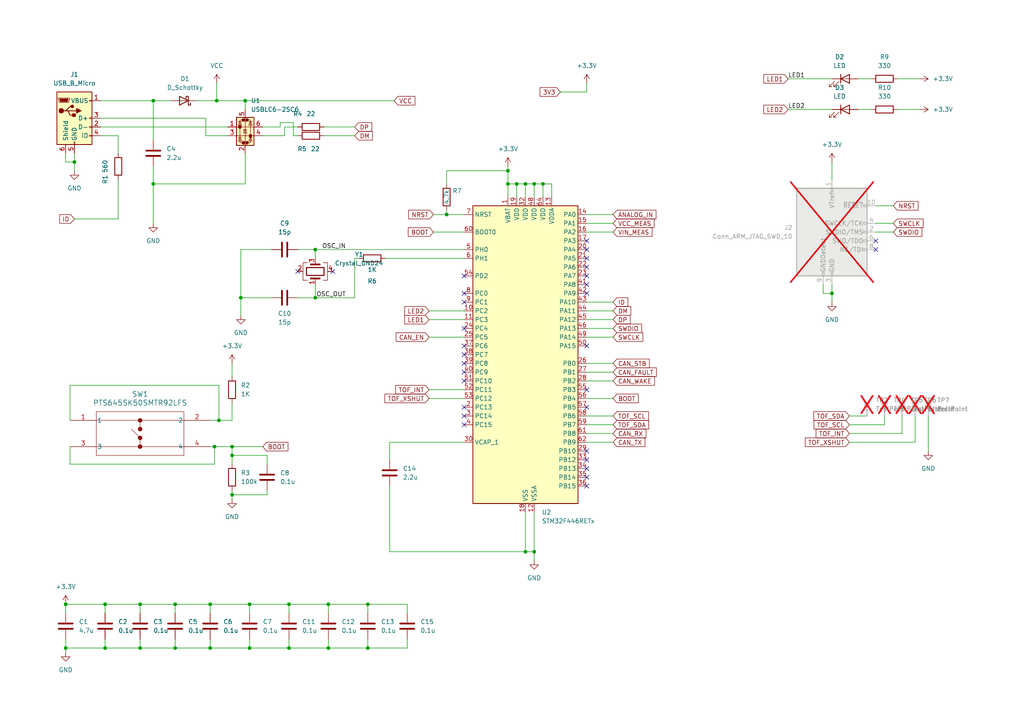
<source format=kicad_sch>
(kicad_sch (version 20231120) (generator "eeschema") (generator_version "8.0")
  (paper "A4")
  (lib_symbols
    (symbol "Connector:Conn_ARM_JTAG_SWD_10" (pin_names (offset 1.016))
      (property "Reference" "J" (at -2.54 16.51 0))
      (property "Value" "Conn_ARM_JTAG_SWD_10" (at -2.54 13.97 0))
      (symbol "Conn_ARM_JTAG_SWD_10_0_1"
        (rectangle (start -10.16 12.7) (end 10.16 -12.7) (stroke (width 0.254)) (fill (type background)))
        (rectangle (start -2.794 -12.7) (end -2.286 -11.684))
        (rectangle (start -0.254 -12.7) (end 0.254 -11.684))
        (rectangle (start -0.254 12.7) (end 0.254 11.684))
        (rectangle (start 9.144 2.286) (end 10.16 2.794))
        (rectangle (start 10.16 -2.794) (end 9.144 -2.286))
        (rectangle (start 10.16 -0.254) (end 9.144 0.254))
        (rectangle (start 10.16 7.874) (end 9.144 7.366))
      )
      (symbol "Conn_ARM_JTAG_SWD_10_1_1"
        (rectangle (start 9.144 -5.334) (end 10.16 -4.826))
        (pin power_in line (at 0 15.24 270) (length 2.54) (name "VTref") (number "1"))
        (pin open_collector line (at 12.7 7.62 180) (length 2.54) (name "~{RESET}") (number "10"))
        (pin bidirectional line (at 12.7 0 180) (length 2.54) (name "SWDIO/TMS") (number "2"))
        (pin power_in line (at 0 -15.24 90) (length 2.54) (name "GND") (number "3"))
        (pin output line (at 12.7 2.54 180) (length 2.54) (name "SWCLK/TCK") (number "4"))
        (pin passive line (at 0 -15.24 90) (length 2.54) hide (name "GND") (number "5"))
        (pin input line (at 12.7 -2.54 180) (length 2.54) (name "SWO/TDO") (number "6"))
        (pin no_connect line (at -10.16 0 0) (length 2.54) hide (name "KEY") (number "7"))
        (pin output line (at 12.7 -5.08 180) (length 2.54) (name "NC/TDI") (number "8"))
        (pin passive line (at -2.54 -15.24 90) (length 2.54) (name "GNDDetect") (number "9"))
      )
    )
    (symbol "Connector:TestPoint" (pin_numbers hide) (pin_names (offset 0.762) hide)
      (property "Reference" "TP" (at 0 6.858 0))
      (property "Value" "TestPoint" (at 0 5.08 0))
      (symbol "TestPoint_0_1"
        (circle (center 0 3.302) (radius 0.762))
      )
      (symbol "TestPoint_1_1"
        (pin passive line (at 0 0 90) (length 2.54) (name "1") (number "1"))
      )
    )
    (symbol "Connector:USB_B_Micro" (pin_names (offset 1.016))
      (property "Reference" "J" (at -5.08 11.43 0))
      (property "Value" "USB_B_Micro" (at -5.08 8.89 0))
      (symbol "USB_B_Micro_0_1"
        (rectangle (start -5.08 -7.62) (end 5.08 7.62) (stroke (width 0.254)) (fill (type background)))
        (circle (center -3.81 2.159) (radius 0.635) (stroke (width 0.254)) (fill (type outline)))
        (circle (center -0.635 3.429) (radius 0.381) (stroke (width 0.254)) (fill (type outline)))
        (rectangle (start -0.127 -7.62) (end 0.127 -6.858))
        (polyline (pts (xy -1.905 2.159) (xy 0.635 2.159)) (stroke (width 0.254)))
        (polyline (pts (xy -3.175 2.159) (xy -2.54 2.159) (xy -1.27 3.429) (xy -0.635 3.429)) (stroke (width 0.254)))
        (polyline (pts (xy -2.54 2.159) (xy -1.905 2.159) (xy -1.27 0.889) (xy 0 0.889)) (stroke (width 0.254)))
        (polyline (pts (xy 0.635 2.794) (xy 0.635 1.524) (xy 1.905 2.159) (xy 0.635 2.794)) (stroke (width 0.254)) (fill (type outline)))
        (polyline (pts (xy -4.318 5.588) (xy -1.778 5.588) (xy -2.032 4.826) (xy -4.064 4.826) (xy -4.318 5.588)) (fill (type outline)))
        (polyline (pts (xy -4.699 5.842) (xy -4.699 5.588) (xy -4.445 4.826) (xy -4.445 4.572) (xy -1.651 4.572) (xy -1.651 4.826) (xy -1.397 5.588) (xy -1.397 5.842) (xy -4.699 5.842)))
        (rectangle (start 0.254 1.27) (end -0.508 0.508) (stroke (width 0.254)) (fill (type outline)))
        (rectangle (start 5.08 -5.207) (end 4.318 -4.953))
        (rectangle (start 5.08 -2.667) (end 4.318 -2.413))
        (rectangle (start 5.08 -0.127) (end 4.318 0.127))
        (rectangle (start 5.08 4.953) (end 4.318 5.207))
      )
      (symbol "USB_B_Micro_1_1"
        (pin power_out line (at 7.62 5.08 180) (length 2.54) (name "VBUS") (number "1"))
        (pin bidirectional line (at 7.62 -2.54 180) (length 2.54) (name "D-") (number "2"))
        (pin bidirectional line (at 7.62 0 180) (length 2.54) (name "D+") (number "3"))
        (pin passive line (at 7.62 -5.08 180) (length 2.54) (name "ID") (number "4"))
        (pin power_out line (at 0 -10.16 90) (length 2.54) (name "GND") (number "5"))
        (pin passive line (at -2.54 -10.16 90) (length 2.54) (name "Shield") (number "6"))
      )
    )
    (symbol "Device:C" (pin_numbers hide) (pin_names (offset 0.254))
      (property "Reference" "C" (at 0.635 2.54 0))
      (property "Value" "C" (at 0.635 -2.54 0))
      (symbol "C_0_1"
        (polyline (pts (xy -2.032 -0.762) (xy 2.032 -0.762)) (stroke (width 0.508)))
        (polyline (pts (xy -2.032 0.762) (xy 2.032 0.762)) (stroke (width 0.508)))
      )
      (symbol "C_1_1"
        (pin passive line (at 0 3.81 270) (length 2.794) (name "~") (number "1"))
        (pin passive line (at 0 -3.81 90) (length 2.794) (name "~") (number "2"))
      )
    )
    (symbol "Device:Crystal_GND24" (pin_names (offset 1.016) hide)
      (property "Reference" "Y" (at 3.175 5.08 0))
      (property "Value" "Crystal_GND24" (at 3.175 3.175 0))
      (symbol "Crystal_GND24_0_1"
        (rectangle (start -1.143 2.54) (end 1.143 -2.54) (stroke (width 0.3048)))
        (polyline (pts (xy -2.54 0) (xy -2.032 0)))
        (polyline (pts (xy -2.032 -1.27) (xy -2.032 1.27)) (stroke (width 0.508)))
        (polyline (pts (xy 0 -3.81) (xy 0 -3.556)))
        (polyline (pts (xy 0 3.556) (xy 0 3.81)))
        (polyline (pts (xy 2.032 -1.27) (xy 2.032 1.27)) (stroke (width 0.508)))
        (polyline (pts (xy 2.032 0) (xy 2.54 0)))
        (polyline (pts (xy -2.54 -2.286) (xy -2.54 -3.556) (xy 2.54 -3.556) (xy 2.54 -2.286)))
        (polyline (pts (xy -2.54 2.286) (xy -2.54 3.556) (xy 2.54 3.556) (xy 2.54 2.286)))
      )
      (symbol "Crystal_GND24_1_1"
        (pin passive line (at -3.81 0 0) (length 1.27) (name "1") (number "1"))
        (pin passive line (at 0 5.08 270) (length 1.27) (name "2") (number "2"))
        (pin passive line (at 3.81 0 180) (length 1.27) (name "3") (number "3"))
        (pin passive line (at 0 -5.08 90) (length 1.27) (name "4") (number "4"))
      )
    )
    (symbol "Device:D_Schottky" (pin_numbers hide) (pin_names (offset 1.016) hide)
      (property "Reference" "D" (at 0 2.54 0))
      (property "Value" "D_Schottky" (at 0 -2.54 0))
      (symbol "D_Schottky_0_1"
        (polyline (pts (xy 1.27 0) (xy -1.27 0)))
        (polyline (pts (xy 1.27 1.27) (xy 1.27 -1.27) (xy -1.27 0) (xy 1.27 1.27)) (stroke (width 0.254)))
        (polyline (pts (xy -1.905 0.635) (xy -1.905 1.27) (xy -1.27 1.27) (xy -1.27 -1.27) (xy -0.635 -1.27) (xy -0.635 -0.635)) (stroke (width 0.254)))
      )
      (symbol "D_Schottky_1_1"
        (pin passive line (at -3.81 0 0) (length 2.54) (name "K") (number "1"))
        (pin passive line (at 3.81 0 180) (length 2.54) (name "A") (number "2"))
      )
    )
    (symbol "Device:LED" (pin_numbers hide) (pin_names (offset 1.016) hide)
      (property "Reference" "D" (at 0 2.54 0))
      (property "Value" "LED" (at 0 -2.54 0))
      (symbol "LED_0_1"
        (polyline (pts (xy -1.27 -1.27) (xy -1.27 1.27)) (stroke (width 0.254)))
        (polyline (pts (xy -1.27 0) (xy 1.27 0)))
        (polyline (pts (xy 1.27 -1.27) (xy 1.27 1.27) (xy -1.27 0) (xy 1.27 -1.27)) (stroke (width 0.254)))
        (polyline (pts (xy -3.048 -0.762) (xy -4.572 -2.286) (xy -3.81 -2.286) (xy -4.572 -2.286) (xy -4.572 -1.524)))
        (polyline (pts (xy -1.778 -0.762) (xy -3.302 -2.286) (xy -2.54 -2.286) (xy -3.302 -2.286) (xy -3.302 -1.524)))
      )
      (symbol "LED_1_1"
        (pin passive line (at -3.81 0 0) (length 2.54) (name "K") (number "1"))
        (pin passive line (at 3.81 0 180) (length 2.54) (name "A") (number "2"))
      )
    )
    (symbol "Device:R" (pin_numbers hide) (pin_names (offset 0))
      (property "Reference" "R" (at 2.032 0 90))
      (property "Value" "R" (at 0 0 90))
      (symbol "R_0_1"
        (rectangle (start -1.016 -2.54) (end 1.016 2.54) (stroke (width 0.254)))
      )
      (symbol "R_1_1"
        (pin passive line (at 0 3.81 270) (length 1.27) (name "~") (number "1"))
        (pin passive line (at 0 -3.81 90) (length 1.27) (name "~") (number "2"))
      )
    )
    (symbol "GND_1" (power) (pin_numbers hide) (pin_names (offset 0) hide)
      (property "Value" "GND" (at 0 -3.81 0))
      (symbol "GND_1_0_1"
        (polyline (pts (xy 0 0) (xy 0 -1.27) (xy 1.27 -1.27) (xy 0 -2.54) (xy -1.27 -1.27) (xy 0 -1.27)))
      )
      (symbol "GND_1_1_1"
        (pin power_in line (at 0 0 270) (length 0) (name "~") (number "1"))
      )
    )
    (symbol "GND_2" (power) (pin_numbers hide) (pin_names (offset 0) hide)
      (property "Value" "GND" (at 0 -3.81 0))
      (symbol "GND_2_0_1"
        (polyline (pts (xy 0 0) (xy 0 -1.27) (xy 1.27 -1.27) (xy 0 -2.54) (xy -1.27 -1.27) (xy 0 -1.27)))
      )
      (symbol "GND_2_1_1"
        (pin power_in line (at 0 0 270) (length 0) (name "~") (number "1"))
      )
    )
    (symbol "General:PTS645SK50SMTR92LFS" (pin_names (offset 0.254))
      (property "Reference" "SW" (at 0 11.43 0))
      (property "Value" "PTS645SK50SMTR92LFS" (at 0 8.89 0))
      (symbol "PTS645SK50SMTR92LFS_1_1"
        (circle (center 0 -3.81) (radius 0.127) (stroke (width 0.508)))
        (circle (center 0 -1.27) (radius 0.127) (stroke (width 0.508)))
        (polyline (pts (xy -12.7 -6.35) (xy 12.7 -6.35)) (stroke (width 0.127)))
        (polyline (pts (xy -12.7 -3.81) (xy 12.7 -3.81)) (stroke (width 0.127)))
        (polyline (pts (xy -12.7 3.81) (xy 12.7 3.81)) (stroke (width 0.127)))
        (polyline (pts (xy -12.7 6.35) (xy -12.7 -6.35)) (stroke (width 0.127)))
        (polyline (pts (xy -2.54 1.27) (xy 0 -1.27)) (stroke (width 0.127)))
        (polyline (pts (xy 0 -1.27) (xy 0 -3.81)) (stroke (width 0.127)))
        (polyline (pts (xy 0 3.81) (xy 0 1.27)) (stroke (width 0.127)))
        (polyline (pts (xy 12.7 -6.35) (xy 12.7 6.35)) (stroke (width 0.127)))
        (polyline (pts (xy 12.7 6.35) (xy -12.7 6.35)) (stroke (width 0.127)))
        (circle (center 0 1.27) (radius 0.127) (stroke (width 0.508)))
        (circle (center 0 3.81) (radius 0.127) (stroke (width 0.508)))
        (pin unspecified line (at -20.32 3.81 0) (length 7.62) (name "1") (number "1"))
        (pin unspecified line (at 20.32 3.81 180) (length 7.62) (name "2") (number "2"))
        (pin unspecified line (at -20.32 -3.81 0) (length 7.62) (name "3") (number "3"))
        (pin unspecified line (at 20.32 -3.81 180) (length 7.62) (name "4") (number "4"))
      )
    )
    (symbol "MCU_ST_STM32F4:STM32F446RETx"
      (property "Reference" "U" (at -15.24 44.45 0))
      (property "Value" "STM32F446RETx" (at 10.16 44.45 0))
      (symbol "STM32F446RETx_0_1"
        (rectangle (start -15.24 -43.18) (end 15.24 43.18) (stroke (width 0.254)) (fill (type background)))
      )
      (symbol "STM32F446RETx_1_1"
        (pin power_in line (at -5.08 45.72 270) (length 2.54) (name "VBAT") (number "1"))
        (pin bidirectional line (at -17.78 12.7 0) (length 2.54) (name "PC2") (number "10"))
        (pin bidirectional line (at -17.78 10.16 0) (length 2.54) (name "PC3") (number "11"))
        (pin power_in line (at 2.54 -45.72 90) (length 2.54) (name "VSSA") (number "12"))
        (pin power_in line (at 7.62 45.72 270) (length 2.54) (name "VDDA") (number "13"))
        (pin bidirectional line (at 17.78 40.64 180) (length 2.54) (name "PA0") (number "14"))
        (pin bidirectional line (at 17.78 38.1 180) (length 2.54) (name "PA1") (number "15"))
        (pin bidirectional line (at 17.78 35.56 180) (length 2.54) (name "PA2") (number "16"))
        (pin bidirectional line (at 17.78 33.02 180) (length 2.54) (name "PA3") (number "17"))
        (pin power_in line (at 0 -45.72 90) (length 2.54) (name "VSS") (number "18"))
        (pin power_in line (at -2.54 45.72 270) (length 2.54) (name "VDD") (number "19"))
        (pin bidirectional line (at -17.78 -15.24 0) (length 2.54) (name "PC13") (number "2"))
        (pin bidirectional line (at 17.78 30.48 180) (length 2.54) (name "PA4") (number "20"))
        (pin bidirectional line (at 17.78 27.94 180) (length 2.54) (name "PA5") (number "21"))
        (pin bidirectional line (at 17.78 25.4 180) (length 2.54) (name "PA6") (number "22"))
        (pin bidirectional line (at 17.78 22.86 180) (length 2.54) (name "PA7") (number "23"))
        (pin bidirectional line (at -17.78 7.62 0) (length 2.54) (name "PC4") (number "24"))
        (pin bidirectional line (at -17.78 5.08 0) (length 2.54) (name "PC5") (number "25"))
        (pin bidirectional line (at 17.78 -2.54 180) (length 2.54) (name "PB0") (number "26"))
        (pin bidirectional line (at 17.78 -5.08 180) (length 2.54) (name "PB1") (number "27"))
        (pin bidirectional line (at 17.78 -7.62 180) (length 2.54) (name "PB2") (number "28"))
        (pin bidirectional line (at 17.78 -27.94 180) (length 2.54) (name "PB10") (number "29"))
        (pin bidirectional line (at -17.78 -17.78 0) (length 2.54) (name "PC14") (number "3"))
        (pin power_out line (at -17.78 -25.4 0) (length 2.54) (name "VCAP_1") (number "30"))
        (pin passive line (at 0 -45.72 90) (length 2.54) hide (name "VSS") (number "31"))
        (pin power_in line (at 0 45.72 270) (length 2.54) (name "VDD") (number "32"))
        (pin bidirectional line (at 17.78 -30.48 180) (length 2.54) (name "PB12") (number "33"))
        (pin bidirectional line (at 17.78 -33.02 180) (length 2.54) (name "PB13") (number "34"))
        (pin bidirectional line (at 17.78 -35.56 180) (length 2.54) (name "PB14") (number "35"))
        (pin bidirectional line (at 17.78 -38.1 180) (length 2.54) (name "PB15") (number "36"))
        (pin bidirectional line (at -17.78 2.54 0) (length 2.54) (name "PC6") (number "37"))
        (pin bidirectional line (at -17.78 0 0) (length 2.54) (name "PC7") (number "38"))
        (pin bidirectional line (at -17.78 -2.54 0) (length 2.54) (name "PC8") (number "39"))
        (pin bidirectional line (at -17.78 -20.32 0) (length 2.54) (name "PC15") (number "4"))
        (pin bidirectional line (at -17.78 -5.08 0) (length 2.54) (name "PC9") (number "40"))
        (pin bidirectional line (at 17.78 20.32 180) (length 2.54) (name "PA8") (number "41"))
        (pin bidirectional line (at 17.78 17.78 180) (length 2.54) (name "PA9") (number "42"))
        (pin bidirectional line (at 17.78 15.24 180) (length 2.54) (name "PA10") (number "43"))
        (pin bidirectional line (at 17.78 12.7 180) (length 2.54) (name "PA11") (number "44"))
        (pin bidirectional line (at 17.78 10.16 180) (length 2.54) (name "PA12") (number "45"))
        (pin bidirectional line (at 17.78 7.62 180) (length 2.54) (name "PA13") (number "46"))
        (pin passive line (at 0 -45.72 90) (length 2.54) hide (name "VSS") (number "47"))
        (pin power_in line (at 2.54 45.72 270) (length 2.54) (name "VDD") (number "48"))
        (pin bidirectional line (at 17.78 5.08 180) (length 2.54) (name "PA14") (number "49"))
        (pin bidirectional line (at -17.78 30.48 0) (length 2.54) (name "PH0") (number "5"))
        (pin bidirectional line (at 17.78 2.54 180) (length 2.54) (name "PA15") (number "50"))
        (pin bidirectional line (at -17.78 -7.62 0) (length 2.54) (name "PC10") (number "51"))
        (pin bidirectional line (at -17.78 -10.16 0) (length 2.54) (name "PC11") (number "52"))
        (pin bidirectional line (at -17.78 -12.7 0) (length 2.54) (name "PC12") (number "53"))
        (pin bidirectional line (at -17.78 22.86 0) (length 2.54) (name "PD2") (number "54"))
        (pin bidirectional line (at 17.78 -10.16 180) (length 2.54) (name "PB3") (number "55"))
        (pin bidirectional line (at 17.78 -12.7 180) (length 2.54) (name "PB4") (number "56"))
        (pin bidirectional line (at 17.78 -15.24 180) (length 2.54) (name "PB5") (number "57"))
        (pin bidirectional line (at 17.78 -17.78 180) (length 2.54) (name "PB6") (number "58"))
        (pin bidirectional line (at 17.78 -20.32 180) (length 2.54) (name "PB7") (number "59"))
        (pin bidirectional line (at -17.78 27.94 0) (length 2.54) (name "PH1") (number "6"))
        (pin input line (at -17.78 35.56 0) (length 2.54) (name "BOOT0") (number "60"))
        (pin bidirectional line (at 17.78 -22.86 180) (length 2.54) (name "PB8") (number "61"))
        (pin bidirectional line (at 17.78 -25.4 180) (length 2.54) (name "PB9") (number "62"))
        (pin passive line (at 0 -45.72 90) (length 2.54) hide (name "VSS") (number "63"))
        (pin power_in line (at 5.08 45.72 270) (length 2.54) (name "VDD") (number "64"))
        (pin input line (at -17.78 40.64 0) (length 2.54) (name "NRST") (number "7"))
        (pin bidirectional line (at -17.78 17.78 0) (length 2.54) (name "PC0") (number "8"))
        (pin bidirectional line (at -17.78 15.24 0) (length 2.54) (name "PC1") (number "9"))
      )
    )
    (symbol "Power_Protection:USBLC6-2SC6" (pin_names hide)
      (property "Reference" "U" (at 0.635 5.715 0))
      (property "Value" "USBLC6-2SC6" (at 0.635 3.81 0))
      (symbol "USBLC6-2SC6_0_0"
        (circle (center -1.524 0) (radius 0.0001) (stroke (width 0.508)))
        (circle (center -0.508 -4.572) (radius 0.0001) (stroke (width 0.508)))
        (circle (center -0.508 2.032) (radius 0.0001) (stroke (width 0.508)))
        (circle (center 0.508 -4.572) (radius 0.0001) (stroke (width 0.508)))
        (circle (center 0.508 2.032) (radius 0.0001) (stroke (width 0.508)))
        (circle (center 1.524 -2.54) (radius 0.0001) (stroke (width 0.508)))
      )
      (symbol "USBLC6-2SC6_0_1"
        (polyline (pts (xy -2.54 -2.54) (xy 2.54 -2.54)))
        (polyline (pts (xy -2.54 0) (xy 2.54 0)))
        (polyline (pts (xy -2.032 -3.048) (xy -1.016 -3.048)))
        (polyline (pts (xy -1.016 1.524) (xy -2.032 1.524)))
        (polyline (pts (xy 1.016 -3.048) (xy 2.032 -3.048)))
        (polyline (pts (xy 1.016 1.524) (xy 2.032 1.524)))
        (polyline (pts (xy -0.508 -1.143) (xy -0.508 -0.762) (xy 0.508 -0.762)))
        (polyline (pts (xy -2.032 0.508) (xy -1.016 0.508) (xy -1.524 1.524) (xy -2.032 0.508)))
        (polyline (pts (xy -1.016 -4.064) (xy -2.032 -4.064) (xy -1.524 -3.048) (xy -1.016 -4.064)))
        (polyline (pts (xy 0.508 -1.778) (xy -0.508 -1.778) (xy 0 -0.762) (xy 0.508 -1.778)))
        (polyline (pts (xy 2.032 -4.064) (xy 1.016 -4.064) (xy 1.524 -3.048) (xy 2.032 -4.064)))
        (polyline (pts (xy 2.032 0.508) (xy 1.016 0.508) (xy 1.524 1.524) (xy 2.032 0.508)))
        (polyline (pts (xy 0 2.54) (xy -0.508 2.032) (xy 0.508 2.032) (xy 0 1.524) (xy 0 -4.064) (xy -0.508 -4.572) (xy 0.508 -4.572) (xy 0 -5.08)))
      )
      (symbol "USBLC6-2SC6_1_1"
        (rectangle (start -2.54 2.794) (end 2.54 -5.334) (stroke (width 0.254)) (fill (type background)))
        (polyline (pts (xy -0.508 2.032) (xy -1.524 2.032) (xy -1.524 -4.572) (xy -0.508 -4.572)))
        (polyline (pts (xy 0.508 -4.572) (xy 1.524 -4.572) (xy 1.524 2.032) (xy 0.508 2.032)))
        (pin passive line (at -5.08 0 0) (length 2.54) (name "I/O1") (number "1"))
        (pin passive line (at 0 -7.62 90) (length 2.54) (name "GND") (number "2"))
        (pin passive line (at -5.08 -2.54 0) (length 2.54) (name "I/O2") (number "3"))
        (pin passive line (at 5.08 -2.54 180) (length 2.54) (name "I/O2") (number "4"))
        (pin passive line (at 0 5.08 270) (length 2.54) (name "VBUS") (number "5"))
        (pin passive line (at 5.08 0 180) (length 2.54) (name "I/O1") (number "6"))
      )
    )
    (symbol "power:+3.3V" (power) (pin_names (offset 0))
      (property "Value" "+3.3V" (at 0 3.556 0))
      (symbol "+3.3V_0_1"
        (polyline (pts (xy -0.762 1.27) (xy 0 2.54)))
        (polyline (pts (xy 0 0) (xy 0 2.54)))
        (polyline (pts (xy 0 2.54) (xy 0.762 1.27)))
      )
      (symbol "+3.3V_1_1"
        (pin power_in line (at 0 0 90) (length 0) hide (name "+3.3V") (number "1"))
      )
    )
    (symbol "power:GND" (power) (pin_names (offset 0))
      (property "Value" "GND" (at 0 -3.81 0))
      (symbol "GND_0_1"
        (polyline (pts (xy 0 0) (xy 0 -1.27) (xy 1.27 -1.27) (xy 0 -2.54) (xy -1.27 -1.27) (xy 0 -1.27)))
      )
      (symbol "GND_1_1"
        (pin power_in line (at 0 0 270) (length 0) hide (name "GND") (number "1"))
      )
    )
    (symbol "power:VCC" (power) (pin_names (offset 0))
      (property "Value" "VCC" (at 0 3.81 0))
      (symbol "VCC_0_1"
        (polyline (pts (xy -0.762 1.27) (xy 0 2.54)))
        (polyline (pts (xy 0 0) (xy 0 2.54)))
        (polyline (pts (xy 0 2.54) (xy 0.762 1.27)))
      )
      (symbol "VCC_1_1"
        (pin power_in line (at 0 0 90) (length 0) hide (name "VCC") (number "1"))
      )
    )
  )
  (junction (at 83.82 175.26))
  (junction (at 30.48 187.96))
  (junction (at 72.39 175.26))
  (junction (at 60.96 175.26))
  (junction (at 157.48 53.34))
  (junction (at 21.59 46.99))
  (junction (at 19.05 187.96))
  (junction (at 152.4 53.34))
  (junction (at 50.8 175.26))
  (junction (at 83.82 187.96))
  (junction (at 129.54 62.23))
  (junction (at 30.48 175.26))
  (junction (at 91.44 72.39))
  (junction (at 19.05 175.26))
  (junction (at 154.94 160.02))
  (junction (at 44.45 53.34))
  (junction (at 147.32 53.34))
  (junction (at 147.32 49.53))
  (junction (at 69.85 86.36))
  (junction (at 154.94 53.34))
  (junction (at 91.44 86.36))
  (junction (at 40.64 175.26))
  (junction (at 50.8 187.96))
  (junction (at 67.31 129.54))
  (junction (at 95.25 175.26))
  (junction (at 72.39 187.96))
  (junction (at 106.68 187.96))
  (junction (at 241.3 85.09))
  (junction (at 149.86 53.34))
  (junction (at 62.23 129.54))
  (junction (at 44.45 29.21))
  (junction (at 62.865 29.21))
  (junction (at 67.31 143.51))
  (junction (at 63.5 121.92))
  (junction (at 67.31 132.08))
  (junction (at 40.64 187.96))
  (junction (at 71.12 29.21))
  (junction (at 95.25 187.96))
  (junction (at 60.96 187.96))
  (junction (at 106.68 175.26))
  (junction (at 152.4 160.02))
  (no_connect (at 134.62 87.63))
  (no_connect (at 134.62 118.11))
  (no_connect (at 170.18 133.35))
  (no_connect (at 134.62 107.95))
  (no_connect (at 134.62 85.09))
  (no_connect (at 134.62 110.49))
  (no_connect (at 134.62 105.41))
  (no_connect (at 170.18 100.33))
  (no_connect (at 134.62 95.25))
  (no_connect (at 170.18 140.97))
  (no_connect (at 134.62 123.19))
  (no_connect (at 170.18 82.55))
  (no_connect (at 170.18 74.93))
  (no_connect (at 170.18 69.85))
  (no_connect (at 254 72.39))
  (no_connect (at 170.18 130.81))
  (no_connect (at 134.62 120.65))
  (no_connect (at 170.18 135.89))
  (no_connect (at 170.18 72.39))
  (no_connect (at 170.18 113.03))
  (no_connect (at 134.62 102.87))
  (no_connect (at 254 69.85))
  (no_connect (at 96.52 78.74))
  (no_connect (at 134.62 100.33))
  (no_connect (at 134.62 80.01))
  (no_connect (at 170.18 85.09))
  (no_connect (at 170.18 118.11))
  (no_connect (at 170.18 80.01))
  (no_connect (at 170.18 77.47))
  (no_connect (at 86.36 78.74))
  (no_connect (at 170.18 138.43))
  (wire (pts (xy 118.11 175.26) (xy 106.68 175.26)))
  (wire (pts (xy 20.32 121.92) (xy 20.32 111.76)))
  (wire (pts (xy 20.32 129.54) (xy 20.32 134.62)))
  (wire (pts (xy 44.45 48.26) (xy 44.45 53.34)))
  (wire (pts (xy 71.12 29.21) (xy 71.12 31.75)))
  (wire (pts (xy 62.865 29.21) (xy 62.865 24.13)))
  (wire (pts (xy 20.32 134.62) (xy 62.23 134.62)))
  (wire (pts (xy 77.47 143.51) (xy 67.31 143.51)))
  (wire (pts (xy 152.4 57.15) (xy 152.4 53.34)))
  (wire (pts (xy 40.64 175.26) (xy 50.8 175.26)))
  (wire (pts (xy 29.21 36.83) (xy 66.04 36.83)))
  (wire (pts (xy 147.32 48.26) (xy 147.32 49.53)))
  (wire (pts (xy 66.04 39.37) (xy 59.69 39.37)))
  (wire (pts (xy 91.44 86.36) (xy 102.87 86.36)))
  (wire (pts (xy 269.24 120.65) (xy 269.24 130.81)))
  (wire (pts (xy 19.05 175.26) (xy 30.48 175.26)))
  (wire (pts (xy 238.76 85.09) (xy 241.3 85.09)))
  (wire (pts (xy 29.21 39.37) (xy 34.29 39.37)))
  (wire (pts (xy 72.39 187.96) (xy 83.82 187.96)))
  (wire (pts (xy 81.28 36.83) (xy 81.28 35.56)))
  (wire (pts (xy 93.98 39.37) (xy 102.87 39.37)))
  (wire (pts (xy 170.18 107.95) (xy 177.8 107.95)))
  (wire (pts (xy 125.73 67.31) (xy 134.62 67.31)))
  (wire (pts (xy 78.74 72.39) (xy 69.85 72.39)))
  (wire (pts (xy 34.29 52.07) (xy 34.29 63.5)))
  (wire (pts (xy 72.39 175.26) (xy 72.39 177.8)))
  (wire (pts (xy 111.76 74.93) (xy 134.62 74.93)))
  (wire (pts (xy 157.48 53.34) (xy 154.94 53.34)))
  (wire (pts (xy 91.44 72.39) (xy 91.44 74.93)))
  (wire (pts (xy 50.8 185.42) (xy 50.8 187.96)))
  (wire (pts (xy 62.23 134.62) (xy 62.23 129.54)))
  (wire (pts (xy 246.38 120.65) (xy 251.46 120.65)))
  (wire (pts (xy 95.25 175.26) (xy 95.25 177.8)))
  (wire (pts (xy 129.54 60.96) (xy 129.54 62.23)))
  (wire (pts (xy 30.48 187.96) (xy 19.05 187.96)))
  (wire (pts (xy 83.82 185.42) (xy 83.82 187.96)))
  (wire (pts (xy 57.15 29.21) (xy 62.865 29.21)))
  (wire (pts (xy 152.4 53.34) (xy 149.86 53.34)))
  (wire (pts (xy 170.18 120.65) (xy 177.8 120.65)))
  (wire (pts (xy 129.54 62.23) (xy 134.62 62.23)))
  (wire (pts (xy 72.39 175.26) (xy 83.82 175.26)))
  (wire (pts (xy 83.82 175.26) (xy 95.25 175.26)))
  (wire (pts (xy 228.6 22.86) (xy 241.3 22.86)))
  (wire (pts (xy 20.32 111.76) (xy 63.5 111.76)))
  (wire (pts (xy 60.96 185.42) (xy 60.96 187.96)))
  (wire (pts (xy 170.18 87.63) (xy 177.8 87.63)))
  (wire (pts (xy 67.31 129.54) (xy 76.2 129.54)))
  (wire (pts (xy 149.86 53.34) (xy 147.32 53.34)))
  (wire (pts (xy 154.94 148.59) (xy 154.94 160.02)))
  (wire (pts (xy 29.21 34.29) (xy 59.69 34.29)))
  (wire (pts (xy 147.32 49.53) (xy 147.32 53.34)))
  (wire (pts (xy 21.59 46.99) (xy 21.59 49.53)))
  (wire (pts (xy 157.48 57.15) (xy 157.48 53.34)))
  (wire (pts (xy 254 67.31) (xy 259.08 67.31)))
  (wire (pts (xy 67.31 132.08) (xy 67.31 134.62)))
  (wire (pts (xy 83.82 175.26) (xy 83.82 177.8)))
  (wire (pts (xy 102.87 74.93) (xy 102.87 86.36)))
  (wire (pts (xy 83.82 187.96) (xy 95.25 187.96)))
  (wire (pts (xy 59.69 34.29) (xy 59.69 39.37)))
  (wire (pts (xy 106.68 175.26) (xy 95.25 175.26)))
  (wire (pts (xy 40.64 185.42) (xy 40.64 187.96)))
  (wire (pts (xy 86.36 86.36) (xy 91.44 86.36)))
  (wire (pts (xy 60.96 175.26) (xy 60.96 177.8)))
  (wire (pts (xy 60.96 175.26) (xy 72.39 175.26)))
  (wire (pts (xy 19.05 175.26) (xy 19.05 177.8)))
  (wire (pts (xy 241.3 82.55) (xy 241.3 85.09)))
  (wire (pts (xy 76.2 36.83) (xy 81.28 36.83)))
  (wire (pts (xy 149.86 57.15) (xy 149.86 53.34)))
  (wire (pts (xy 106.68 187.96) (xy 118.11 187.96)))
  (wire (pts (xy 34.29 39.37) (xy 34.29 44.45)))
  (wire (pts (xy 170.18 97.79) (xy 177.8 97.79)))
  (wire (pts (xy 69.85 72.39) (xy 69.85 86.36)))
  (wire (pts (xy 124.46 90.17) (xy 134.62 90.17)))
  (wire (pts (xy 113.03 160.02) (xy 152.4 160.02)))
  (wire (pts (xy 124.46 92.71) (xy 134.62 92.71)))
  (wire (pts (xy 154.94 53.34) (xy 152.4 53.34)))
  (wire (pts (xy 254 64.77) (xy 259.08 64.77)))
  (wire (pts (xy 254 59.69) (xy 259.08 59.69)))
  (wire (pts (xy 118.11 177.8) (xy 118.11 175.26)))
  (wire (pts (xy 78.74 86.36) (xy 69.85 86.36)))
  (wire (pts (xy 124.46 115.57) (xy 134.62 115.57)))
  (wire (pts (xy 44.45 53.34) (xy 44.45 64.77)))
  (wire (pts (xy 170.18 26.67) (xy 170.18 24.13)))
  (wire (pts (xy 265.43 128.27) (xy 265.43 120.65)))
  (wire (pts (xy 30.48 175.26) (xy 40.64 175.26)))
  (wire (pts (xy 50.8 187.96) (xy 40.64 187.96)))
  (wire (pts (xy 160.02 53.34) (xy 157.48 53.34)))
  (wire (pts (xy 21.59 44.45) (xy 21.59 46.99)))
  (wire (pts (xy 50.8 175.26) (xy 50.8 177.8)))
  (wire (pts (xy 30.48 175.26) (xy 30.48 177.8)))
  (wire (pts (xy 69.85 86.36) (xy 69.85 91.44)))
  (wire (pts (xy 60.96 187.96) (xy 50.8 187.96)))
  (wire (pts (xy 71.12 29.21) (xy 114.3 29.21)))
  (wire (pts (xy 241.3 85.09) (xy 241.3 87.63)))
  (wire (pts (xy 91.44 86.36) (xy 91.44 82.55)))
  (wire (pts (xy 30.48 185.42) (xy 30.48 187.96)))
  (wire (pts (xy 85.09 35.56) (xy 85.09 39.37)))
  (wire (pts (xy 95.25 185.42) (xy 95.25 187.96)))
  (wire (pts (xy 160.02 57.15) (xy 160.02 53.34)))
  (wire (pts (xy 170.18 67.31) (xy 177.8 67.31)))
  (wire (pts (xy 261.62 125.73) (xy 261.62 120.65)))
  (wire (pts (xy 113.03 128.27) (xy 113.03 133.35)))
  (wire (pts (xy 228.6 31.75) (xy 241.3 31.75)))
  (wire (pts (xy 44.45 40.64) (xy 44.45 29.21)))
  (wire (pts (xy 67.31 142.24) (xy 67.31 143.51)))
  (wire (pts (xy 62.23 129.54) (xy 67.31 129.54)))
  (wire (pts (xy 170.18 92.71) (xy 177.8 92.71)))
  (wire (pts (xy 60.96 187.96) (xy 72.39 187.96)))
  (wire (pts (xy 19.05 46.99) (xy 21.59 46.99)))
  (wire (pts (xy 91.44 72.39) (xy 134.62 72.39)))
  (wire (pts (xy 40.64 187.96) (xy 30.48 187.96)))
  (wire (pts (xy 63.5 111.76) (xy 63.5 121.92)))
  (wire (pts (xy 170.18 95.25) (xy 177.8 95.25)))
  (wire (pts (xy 77.47 132.08) (xy 67.31 132.08)))
  (wire (pts (xy 67.31 105.41) (xy 67.31 109.22)))
  (wire (pts (xy 238.76 82.55) (xy 238.76 85.09)))
  (wire (pts (xy 118.11 185.42) (xy 118.11 187.96)))
  (wire (pts (xy 147.32 53.34) (xy 147.32 57.15)))
  (wire (pts (xy 19.05 185.42) (xy 19.05 187.96)))
  (wire (pts (xy 154.94 160.02) (xy 154.94 162.56)))
  (wire (pts (xy 129.54 53.34) (xy 129.54 49.53)))
  (wire (pts (xy 162.56 26.67) (xy 170.18 26.67)))
  (wire (pts (xy 82.55 36.83) (xy 82.55 39.37)))
  (wire (pts (xy 248.92 22.86) (xy 252.73 22.86)))
  (wire (pts (xy 67.31 129.54) (xy 67.31 132.08)))
  (wire (pts (xy 248.92 31.75) (xy 252.73 31.75)))
  (wire (pts (xy 63.5 121.92) (xy 67.31 121.92)))
  (wire (pts (xy 170.18 125.73) (xy 177.8 125.73)))
  (wire (pts (xy 170.18 90.17) (xy 177.8 90.17)))
  (wire (pts (xy 72.39 185.42) (xy 72.39 187.96)))
  (wire (pts (xy 134.62 128.27) (xy 113.03 128.27)))
  (wire (pts (xy 152.4 160.02) (xy 154.94 160.02)))
  (wire (pts (xy 124.46 97.79) (xy 134.62 97.79)))
  (wire (pts (xy 67.31 143.51) (xy 67.31 144.78)))
  (wire (pts (xy 102.87 74.93) (xy 104.14 74.93)))
  (wire (pts (xy 21.59 63.5) (xy 34.29 63.5)))
  (wire (pts (xy 77.47 142.24) (xy 77.47 143.51)))
  (wire (pts (xy 60.96 129.54) (xy 62.23 129.54)))
  (wire (pts (xy 86.36 36.83) (xy 82.55 36.83)))
  (wire (pts (xy 152.4 148.59) (xy 152.4 160.02)))
  (wire (pts (xy 106.68 185.42) (xy 106.68 187.96)))
  (wire (pts (xy 246.38 125.73) (xy 261.62 125.73)))
  (wire (pts (xy 241.3 46.99) (xy 241.3 52.07)))
  (wire (pts (xy 170.18 110.49) (xy 177.8 110.49)))
  (wire (pts (xy 93.98 36.83) (xy 102.87 36.83)))
  (wire (pts (xy 260.35 22.86) (xy 266.7 22.86)))
  (wire (pts (xy 246.38 128.27) (xy 265.43 128.27)))
  (wire (pts (xy 19.05 187.96) (xy 19.05 189.23)))
  (wire (pts (xy 113.03 140.97) (xy 113.03 160.02)))
  (wire (pts (xy 40.64 177.8) (xy 40.64 175.26)))
  (wire (pts (xy 95.25 187.96) (xy 106.68 187.96)))
  (wire (pts (xy 154.94 57.15) (xy 154.94 53.34)))
  (wire (pts (xy 125.73 62.23) (xy 129.54 62.23)))
  (wire (pts (xy 44.45 29.21) (xy 49.53 29.21)))
  (wire (pts (xy 85.09 39.37) (xy 86.36 39.37)))
  (wire (pts (xy 256.54 123.19) (xy 256.54 120.65)))
  (wire (pts (xy 77.47 134.62) (xy 77.47 132.08)))
  (wire (pts (xy 19.05 44.45) (xy 19.05 46.99)))
  (wire (pts (xy 129.54 49.53) (xy 147.32 49.53)))
  (wire (pts (xy 170.18 115.57) (xy 177.8 115.57)))
  (wire (pts (xy 50.8 175.26) (xy 60.96 175.26)))
  (wire (pts (xy 71.12 44.45) (xy 71.12 53.34)))
  (wire (pts (xy 29.21 29.21) (xy 44.45 29.21)))
  (wire (pts (xy 170.18 62.23) (xy 177.8 62.23)))
  (wire (pts (xy 62.865 29.21) (xy 71.12 29.21)))
  (wire (pts (xy 246.38 123.19) (xy 256.54 123.19)))
  (wire (pts (xy 81.28 35.56) (xy 85.09 35.56)))
  (wire (pts (xy 170.18 123.19) (xy 177.8 123.19)))
  (wire (pts (xy 170.18 64.77) (xy 177.8 64.77)))
  (wire (pts (xy 82.55 39.37) (xy 76.2 39.37)))
  (wire (pts (xy 124.46 113.03) (xy 134.62 113.03)))
  (wire (pts (xy 71.12 53.34) (xy 44.45 53.34)))
  (wire (pts (xy 86.36 72.39) (xy 91.44 72.39)))
  (wire (pts (xy 106.68 175.26) (xy 106.68 177.8)))
  (wire (pts (xy 170.18 128.27) (xy 177.8 128.27)))
  (wire (pts (xy 67.31 116.84) (xy 67.31 121.92)))
  (wire (pts (xy 170.18 105.41) (xy 177.8 105.41)))
  (wire (pts (xy 60.96 121.92) (xy 63.5 121.92)))
  (wire (pts (xy 260.35 31.75) (xy 266.7 31.75)))
  (label "OSC_IN" (at 100.33 72.39 180))
  (label "LED1" (at 228.6 22.86 0))
  (label "OSC_OUT" (at 100.33 86.36 180))
  (label "LED2" (at 228.6 31.75 0))
  (global_label "BOOT" (shape input) (at 76.2 129.54 0) (property "Intersheetrefs" "${INTERSHEET_REFS}" (effects (hide yes))))
  (global_label "ANALOG_IN" (shape input) (at 177.8 62.23 0) (property "Intersheetrefs" "${INTERSHEET_REFS}" (effects (hide yes))))
  (global_label "SWCLK" (shape input) (at 259.08 64.77 0) (property "Intersheetrefs" "${INTERSHEET_REFS}" (effects (hide yes))))
  (global_label "SWDIO" (shape input) (at 259.08 67.31 0) (property "Intersheetrefs" "${INTERSHEET_REFS}" (effects (hide yes))))
  (global_label "DP" (shape input) (at 102.87 36.83 0) (property "Intersheetrefs" "${INTERSHEET_REFS}" (effects (hide yes))))
  (global_label "VIN_MEAS" (shape input) (at 177.8 67.31 0) (property "Intersheetrefs" "${INTERSHEET_REFS}" (effects (hide yes))))
  (global_label "3V3" (shape input) (at 162.56 26.67 180) (property "Intersheetrefs" "${INTERSHEET_REFS}" (effects (hide yes))))
  (global_label "CAN_TX" (shape input) (at 177.8 128.27 0) (property "Intersheetrefs" "${INTERSHEET_REFS}" (effects (hide yes))))
  (global_label "BOOT" (shape input) (at 125.73 67.31 180) (property "Intersheetrefs" "${INTERSHEET_REFS}" (effects (hide yes))))
  (global_label "LED2" (shape input) (at 228.6 31.75 180) (property "Intersheetrefs" "${INTERSHEET_REFS}" (effects (hide yes))))
  (global_label "LED1" (shape input) (at 124.46 92.71 180) (property "Intersheetrefs" "${INTERSHEET_REFS}" (effects (hide yes))))
  (global_label "TOF_XSHUT" (shape input) (at 246.38 128.27 180) (property "Intersheetrefs" "${INTERSHEET_REFS}" (effects (hide yes))))
  (global_label "TOF_INT" (shape input) (at 246.38 125.73 180) (property "Intersheetrefs" "${INTERSHEET_REFS}" (effects (hide yes))))
  (global_label "SWCLK" (shape input) (at 177.8 97.79 0) (property "Intersheetrefs" "${INTERSHEET_REFS}" (effects (hide yes))))
  (global_label "DM" (shape input) (at 177.8 90.17 0) (property "Intersheetrefs" "${INTERSHEET_REFS}" (effects (hide yes))))
  (global_label "ID" (shape input) (at 177.8 87.63 0) (property "Intersheetrefs" "${INTERSHEET_REFS}" (effects (hide yes))))
  (global_label "DM" (shape input) (at 102.87 39.37 0) (property "Intersheetrefs" "${INTERSHEET_REFS}" (effects (hide yes))))
  (global_label "BOOT" (shape input) (at 177.8 115.57 0) (property "Intersheetrefs" "${INTERSHEET_REFS}" (effects (hide yes))))
  (global_label "LED1" (shape input) (at 228.6 22.86 180) (property "Intersheetrefs" "${INTERSHEET_REFS}" (effects (hide yes))))
  (global_label "TOF_INT" (shape input) (at 124.46 113.03 180) (property "Intersheetrefs" "${INTERSHEET_REFS}" (effects (hide yes))))
  (global_label "TOF_SDA" (shape input) (at 246.38 120.65 180) (property "Intersheetrefs" "${INTERSHEET_REFS}" (effects (hide yes))))
  (global_label "ID" (shape input) (at 21.59 63.5 180) (property "Intersheetrefs" "${INTERSHEET_REFS}" (effects (hide yes))))
  (global_label "TOF_SCL" (shape input) (at 177.8 120.65 0) (property "Intersheetrefs" "${INTERSHEET_REFS}" (effects (hide yes))))
  (global_label "TOF_XSHUT" (shape input) (at 124.46 115.57 180) (property "Intersheetrefs" "${INTERSHEET_REFS}" (effects (hide yes))))
  (global_label "LED2" (shape input) (at 124.46 90.17 180) (property "Intersheetrefs" "${INTERSHEET_REFS}" (effects (hide yes))))
  (global_label "CAN_STB" (shape input) (at 177.8 105.41 0) (property "Intersheetrefs" "${INTERSHEET_REFS}" (effects (hide yes))))
  (global_label "NRST" (shape input) (at 259.08 59.69 0) (property "Intersheetrefs" "${INTERSHEET_REFS}" (effects (hide yes))))
  (global_label "CAN_FAULT" (shape input) (at 177.8 107.95 0) (property "Intersheetrefs" "${INTERSHEET_REFS}" (effects (hide yes))))
  (global_label "SWDIO" (shape input) (at 177.8 95.25 0) (property "Intersheetrefs" "${INTERSHEET_REFS}" (effects (hide yes))))
  (global_label "TOF_SDA" (shape input) (at 177.8 123.19 0) (property "Intersheetrefs" "${INTERSHEET_REFS}" (effects (hide yes))))
  (global_label "CAN_EN" (shape input) (at 124.46 97.79 180) (property "Intersheetrefs" "${INTERSHEET_REFS}" (effects (hide yes))))
  (global_label "DP" (shape input) (at 177.8 92.71 0) (property "Intersheetrefs" "${INTERSHEET_REFS}" (effects (hide yes))))
  (global_label "TOF_SCL" (shape input) (at 246.38 123.19 180) (property "Intersheetrefs" "${INTERSHEET_REFS}" (effects (hide yes))))
  (global_label "VCC_MEAS" (shape input) (at 177.8 64.77 0) (property "Intersheetrefs" "${INTERSHEET_REFS}" (effects (hide yes))))
  (global_label "VCC" (shape input) (at 114.3 29.21 0) (property "Intersheetrefs" "${INTERSHEET_REFS}" (effects (hide yes))))
  (global_label "CAN_WAKE" (shape input) (at 177.8 110.49 0) (property "Intersheetrefs" "${INTERSHEET_REFS}" (effects (hide yes))))
  (global_label "CAN_RX" (shape input) (at 177.8 125.73 0) (property "Intersheetrefs" "${INTERSHEET_REFS}" (effects (hide yes))))
  (global_label "NRST" (shape input) (at 125.73 62.23 180) (property "Intersheetrefs" "${INTERSHEET_REFS}" (effects (hide yes))))
  (symbol (lib_id "Connector:TestPoint") (at 256.54 120.65 0) (unit 1) (dnp yes)
    (property "Reference" "TP4" (at 259.08 116.0779 0) (effects (justify left)))
    (property "Value" "TestPoint" (at 259.08 118.6179 0) (effects (justify left)))
    (property "Footprint" "TestPoint:TestPoint_Pad_D1.0mm" (effects (hide yes)))
  )
  (symbol (lib_id "power:+3.3V") (at 19.05 175.26 0) (unit 1)
    (property "Reference" "#PWR01" (effects (hide yes)))
    (property "Value" "+3.3V" (at 19.05 170.18 0))
  )
  (symbol (lib_id "power:GND") (at 67.31 144.78 0) (unit 1)
    (property "Reference" "#PWR07" (effects (hide yes)))
    (property "Value" "GND" (at 67.31 149.86 0))
    (instances (project "FRCMotorTester" (path "" (reference "#PWR07") (unit 1))) (project "FRCMotorTester" (path "" (reference "#PWR04") (unit 1))))
  )
  (symbol (lib_id "Device:C") (at 50.8 181.61 0) (unit 1)
    (property "Reference" "C5" (at 54.61 180.34 0) (effects (justify left)))
    (property "Value" "0.1u" (at 54.61 182.88 0) (effects (justify left)))
    (property "Footprint" "Capacitor_SMD:C_0402_1005Metric" (effects (hide yes)))
    (property "JLCPCB" "C1525" (effects (hide yes)))
    (instances (project "FRCMotorTester" (path "" (reference "C5") (unit 1))) (project "FRCMotorTester" (path "" (reference "C6") (unit 1))))
  )
  (symbol (lib_id "Device:R") (at 90.17 39.37 90) (unit 1)
    (property "Reference" "R5" (at 87.63 43.18 90))
    (property "Value" "22" (at 91.44 43.18 90))
    (property "Footprint" "Resistor_SMD:R_0402_1005Metric" (effects (hide yes)))
    (property "JLCPCB" "C25152" (effects (hide yes)))
    (instances (project "FRCMotorTester" (path "" (reference "R5") (unit 1))) (project "FRCMotorTester" (path "" (reference "R6") (unit 1))))
  )
  (symbol (lib_id "Device:C") (at 95.25 181.61 0) (unit 1)
    (property "Reference" "C12" (at 99.06 180.34 0) (effects (justify left)))
    (property "Value" "0.1u" (at 99.06 182.88 0) (effects (justify left)))
    (property "Footprint" "Capacitor_SMD:C_0402_1005Metric" (effects (hide yes)))
    (property "JLCPCB" "C1525" (effects (hide yes)))
  )
  (symbol (lib_id "Device:LED") (at 245.11 31.75 0) (unit 1)
    (property "Reference" "D3" (at 243.5225 25.4 0))
    (property "Value" "LED" (at 243.5225 27.94 0))
    (property "Footprint" "LED_SMD:LED_0603_1608Metric" (effects (hide yes)))
    (property "JLCPCB" "C2286" (effects (hide yes)))
    (instances (project "FRCMotorTester" (path "" (reference "D3") (unit 1))) (project "FRCMotorTester" (path "" (reference "D10") (unit 1))))
  )
  (symbol (lib_name "GND_2") (lib_id "power:GND") (at 269.24 130.81 0) (unit 1)
    (property "Reference" "#PWR020" (effects (hide yes)))
    (property "Value" "GND" (at 269.24 135.89 0))
    (property "Description" "Power symbol creates a global label with name \"GND\" , ground" (effects (hide yes)))
  )
  (symbol (lib_id "Device:D_Schottky") (at 53.34 29.21 180) (unit 1)
    (property "Reference" "D1" (at 53.6575 22.86 0))
    (property "Value" "D_Schottky" (at 53.6575 25.4 0))
    (property "Footprint" "Diode_SMD:D_SOD-123" (effects (hide yes)))
    (property "Digikey" "B0540W-FDICT-ND" (effects (hide yes)))
    (property "JLCPCB" "C8598" (effects (hide yes)))
    (instances (project "FRCMotorTester" (path "" (reference "D1") (unit 1))) (project "FRCMotorTester" (path "" (reference "D11") (unit 1))))
  )
  (symbol (lib_id "Connector:TestPoint") (at 265.43 120.65 0) (unit 1) (dnp yes)
    (property "Reference" "TP6" (at 267.97 116.0779 0) (effects (justify left)))
    (property "Value" "TestPoint" (at 267.97 118.6179 0) (effects (justify left)))
    (property "Footprint" "TestPoint:TestPoint_Pad_D1.0mm" (effects (hide yes)))
  )
  (symbol (lib_id "Device:C") (at 106.68 181.61 0) (unit 1)
    (property "Reference" "C13" (at 110.49 180.34 0) (effects (justify left)))
    (property "Value" "0.1u" (at 110.49 182.88 0) (effects (justify left)))
    (property "Footprint" "Capacitor_SMD:C_0402_1005Metric" (effects (hide yes)))
    (property "JLCPCB" "C1525" (effects (hide yes)))
    (instances (project "FRCMotorTester" (path "" (reference "C13") (unit 1))) (project "FRCMotorTester" (path "" (reference "C8") (unit 1))))
  )
  (symbol (lib_id "Device:C") (at 60.96 181.61 0) (unit 1)
    (property "Reference" "C6" (at 64.77 180.34 0) (effects (justify left)))
    (property "Value" "0.1u" (at 64.77 182.88 0) (effects (justify left)))
    (property "Footprint" "Capacitor_SMD:C_0402_1005Metric" (effects (hide yes)))
    (property "JLCPCB" "C1525" (effects (hide yes)))
    (instances (project "FRCMotorTester" (path "" (reference "C6") (unit 1))) (project "FRCMotorTester" (path "" (reference "C7") (unit 1))))
  )
  (symbol (lib_id "Device:C") (at 82.55 86.36 90) (unit 1)
    (property "Reference" "C10" (at 82.55 90.932 90))
    (property "Value" "15p" (at 82.55 93.472 90))
    (property "Footprint" "Capacitor_SMD:C_0402_1005Metric" (effects (hide yes)))
    (property "JLCPCB" "C1548" (effects (hide yes)))
    (instances (project "FRCMotorTester" (path "" (reference "C10") (unit 1))) (project "FRCMotorTester" (path "" (reference "C4") (unit 1))))
  )
  (symbol (lib_id "power:GND") (at 44.45 64.77 0) (unit 1)
    (property "Reference" "#PWR04" (effects (hide yes)))
    (property "Value" "GND" (at 44.45 69.85 0))
    (instances (project "FRCMotorTester" (path "" (reference "#PWR04") (unit 1))) (project "FRCMotorTester" (path "" (reference "#PWR07") (unit 1))))
  )
  (symbol (lib_id "Device:C") (at 83.82 181.61 0) (unit 1)
    (property "Reference" "C11" (at 87.63 180.34 0) (effects (justify left)))
    (property "Value" "0.1u" (at 87.63 182.88 0) (effects (justify left)))
    (property "Footprint" "Capacitor_SMD:C_0402_1005Metric" (effects (hide yes)))
    (property "JLCPCB" "C1525" (effects (hide yes)))
  )
  (symbol (lib_id "power:GND") (at 21.59 49.53 0) (unit 1)
    (property "Reference" "#PWR03" (effects (hide yes)))
    (property "Value" "GND" (at 21.59 54.61 0))
    (instances (project "FRCMotorTester" (path "" (reference "#PWR03") (unit 1))) (project "FRCMotorTester" (path "" (reference "#PWR05") (unit 1))))
  )
  (symbol (lib_id "Device:C") (at 40.64 181.61 0) (unit 1)
    (property "Reference" "C3" (at 44.45 180.34 0) (effects (justify left)))
    (property "Value" "0.1u" (at 44.45 182.88 0) (effects (justify left)))
    (property "Footprint" "Capacitor_SMD:C_0402_1005Metric" (effects (hide yes)))
    (property "JLCPCB" "C1525" (effects (hide yes)))
    (instances (project "FRCMotorTester" (path "" (reference "C3") (unit 1))) (project "FRCMotorTester" (path "" (reference "C5") (unit 1))))
  )
  (symbol (lib_id "Connector:Conn_ARM_JTAG_SWD_10") (at 241.3 67.31 0) (unit 1) (dnp yes)
    (property "Reference" "J2" (at 229.87 66.0399 0) (effects (justify right)))
    (property "Value" "Conn_ARM_JTAG_SWD_10" (at 229.87 68.5799 0) (effects (justify right)))
    (property "Footprint" "Connector:Tag-Connect_TC2050-IDC-NL_2x05_P1.27mm_Vertical_with_bottom_clip" (effects (hide yes)))
    (property "Datasheet" "http://infocenter.arm.com/help/topic/com.arm.doc.ddi0314h/DDI0314H_coresight_components_trm.pdf" (effects (hide yes)))
    (property "Description" "Cortex Debug Connector, standard ARM Cortex-M SWD and JTAG interface" (effects (hide yes)))
    (instances (project "" (path "" (reference "J2") (unit 1))) (project "" (path "" (reference "J7") (unit 1))))
  )
  (symbol (lib_id "MCU_ST_STM32F4:STM32F446RETx") (at 152.4 102.87 0) (unit 1)
    (property "Reference" "U2" (at 157.1341 148.59 0) (effects (justify left)))
    (property "Value" "STM32F446RETx" (at 157.1341 151.13 0) (effects (justify left)))
    (property "Footprint" "Package_QFP:LQFP-64_10x10mm_P0.5mm" (effects (hide yes)))
    (property "Datasheet" "https://www.st.com/resource/en/datasheet/stm32f446re.pdf" (effects (hide yes)))
    (property "Description" "STMicroelectronics Arm Cortex-M4 MCU, 512KB flash, 128KB RAM, 180 MHz, 1.8-3.6V, 50 GPIO, LQFP64" (effects (hide yes)))
    (property "JLCPCB" "C69336" (effects (hide yes)))
    (instances (project "" (path "" (reference "U2") (unit 1))) (project "" (path "" (reference "U3") (unit 1))))
  )
  (symbol (lib_id "Device:R") (at 256.54 22.86 90) (unit 1)
    (property "Reference" "R9" (at 256.54 16.51 90))
    (property "Value" "330" (at 256.54 19.05 90))
    (property "Footprint" "Resistor_SMD:R_0402_1005Metric" (effects (hide yes)))
    (property "JLCPCB" "C12246" (effects (hide yes)))
    (instances (project "FRCMotorTester" (path "" (reference "R9") (unit 1))) (project "FRCMotorTester" (path "" (reference "R7") (unit 1))))
  )
  (symbol (lib_id "Device:C") (at 77.47 138.43 0) (unit 1)
    (property "Reference" "C8" (at 81.28 137.16 0) (effects (justify left)))
    (property "Value" "0.1u" (at 81.28 139.7 0) (effects (justify left)))
    (property "Footprint" "Capacitor_SMD:C_0402_1005Metric" (effects (hide yes)))
    (property "JLCPCB" "C1525" (effects (hide yes)))
    (instances (project "FRCMotorTester" (path "" (reference "C8") (unit 1))) (project "FRCMotorTester" (path "" (reference "C17") (unit 1))))
  )
  (symbol (lib_id "Connector:TestPoint") (at 261.62 120.65 0) (unit 1) (dnp yes)
    (property "Reference" "TP5" (at 264.16 116.0779 0) (effects (justify left)))
    (property "Value" "TestPoint" (at 264.16 118.6179 0) (effects (justify left)))
    (property "Footprint" "TestPoint:TestPoint_Pad_D1.0mm" (effects (hide yes)))
  )
  (symbol (lib_id "Device:C") (at 30.48 181.61 0) (unit 1)
    (property "Reference" "C2" (at 34.29 180.34 0) (effects (justify left)))
    (property "Value" "0.1u" (at 34.29 182.88 0) (effects (justify left)))
    (property "Footprint" "Capacitor_SMD:C_0402_1005Metric" (effects (hide yes)))
    (property "JLCPCB" "C1525" (effects (hide yes)))
  )
  (symbol (lib_id "Device:C") (at 118.11 181.61 0) (unit 1)
    (property "Reference" "C15" (at 121.92 180.34 0) (effects (justify left)))
    (property "Value" "0.1u" (at 121.92 182.88 0) (effects (justify left)))
    (property "Footprint" "Capacitor_SMD:C_0402_1005Metric" (effects (hide yes)))
    (property "JLCPCB" "C1525" (effects (hide yes)))
    (instances (project "FRCMotorTester" (path "" (reference "C15") (unit 1))) (project "FRCMotorTester" (path "" (reference "C10") (unit 1))))
  )
  (symbol (lib_id "Device:R") (at 34.29 48.26 180) (unit 1)
    (property "Reference" "R1" (at 30.48 52.07 90))
    (property "Value" "560" (at 30.48 48.26 90))
    (property "Footprint" "Resistor_SMD:R_0603_1608Metric" (effects (hide yes)))
  )
  (symbol (lib_id "Device:C") (at 44.45 44.45 180) (unit 1)
    (property "Reference" "C4" (at 48.26 43.18 0) (effects (justify right)))
    (property "Value" "2.2u" (at 48.26 45.72 0) (effects (justify right)))
    (property "Footprint" "Capacitor_SMD:C_0603_1608Metric" (effects (hide yes)))
    (property "JLCPCB" "C23630" (effects (hide yes)))
    (instances (project "FRCMotorTester" (path "" (reference "C4") (unit 1))) (project "FRCMotorTester" (path "" (reference "C43") (unit 1))))
  )
  (symbol (lib_id "power:+3.3V") (at 67.31 105.41 0) (unit 1)
    (property "Reference" "#PWR06" (effects (hide yes)))
    (property "Value" "+3.3V" (at 67.31 100.33 0))
    (instances (project "FRCMotorTester" (path "" (reference "#PWR06") (unit 1))) (project "FRCMotorTester" (path "" (reference "#PWR09") (unit 1))))
  )
  (symbol (lib_id "power:GND") (at 69.85 91.44 0) (unit 1)
    (property "Reference" "#PWR08" (effects (hide yes)))
    (property "Value" "GND" (at 69.85 96.52 0))
    (instances (project "FRCMotorTester" (path "" (reference "#PWR08") (unit 1))) (project "FRCMotorTester" (path "" (reference "#PWR03") (unit 1))))
  )
  (symbol (lib_id "Device:R") (at 256.54 31.75 90) (unit 1)
    (property "Reference" "R10" (at 256.54 25.4 90))
    (property "Value" "330" (at 256.54 27.94 90))
    (property "Footprint" "Resistor_SMD:R_0402_1005Metric" (effects (hide yes)))
    (property "JLCPCB" "C12246" (effects (hide yes)))
    (instances (project "FRCMotorTester" (path "" (reference "R10") (unit 1))) (project "FRCMotorTester" (path "" (reference "R8") (unit 1))))
  )
  (symbol (lib_id "Device:R") (at 129.54 57.15 180) (unit 1)
    (property "Reference" "R7" (at 132.588 55.372 0))
    (property "Value" "4.7k" (at 129.54 57.15 90))
    (property "Footprint" "Resistor_SMD:R_0402_1005Metric" (effects (hide yes)))
    (property "JLCPCB" "C103059" (effects (hide yes)))
    (instances (project "FRCMotorTester" (path "" (reference "R7") (unit 1))) (project "FRCMotorTester" (path "" (reference "R21") (unit 1))))
  )
  (symbol (lib_id "power:GND") (at 154.94 162.56 0) (unit 1)
    (property "Reference" "#PWR010" (effects (hide yes)))
    (property "Value" "GND" (at 154.94 167.64 0))
  )
  (symbol (lib_id "power:GND") (at 19.05 189.23 0) (unit 1)
    (property "Reference" "#PWR02" (effects (hide yes)))
    (property "Value" "GND" (at 19.05 194.31 0))
  )
  (symbol (lib_id "General:PTS645SK50SMTR92LFS") (at 40.64 125.73 0) (unit 1)
    (property "Reference" "SW1" (at 40.64 114.3 0) (effects (font (size 1.524 1.524))))
    (property "Value" "PTS645SK50SMTR92LFS" (at 40.64 116.84 0) (effects (font (size 1.524 1.524))))
    (property "Footprint" "footprints:PTS645SK50SMTR92LFS_CNK" (effects (hide yes)))
    (property "Datasheet" "PTS645SK50SMTR92LFS" (effects (hide yes)))
    (property "JLCPCB" "C221872" (effects (hide yes)))
  )
  (symbol (lib_name "GND_1") (lib_id "power:GND") (at 241.3 87.63 0) (unit 1)
    (property "Reference" "#PWR013" (effects (hide yes)))
    (property "Value" "GND" (at 241.3 92.71 0))
    (property "Description" "Power symbol creates a global label with name \"GND\" , ground" (effects (hide yes)))
    (instances (project "" (path "" (reference "#PWR013") (unit 1))) (project "" (path "" (reference "#PWR019") (unit 1))))
  )
  (symbol (lib_id "Device:R") (at 107.95 74.93 270) (unit 1)
    (property "Reference" "R6" (at 107.95 81.534 90))
    (property "Value" "1K" (at 107.95 78.232 90))
    (property "Footprint" "Resistor_SMD:R_0402_1005Metric" (effects (hide yes)))
    (instances (project "FRCMotorTester" (path "" (reference "R6") (unit 1))) (project "FRCMotorTester" (path "" (reference "R9") (unit 1))))
  )
  (symbol (lib_id "Device:Crystal_GND24") (at 91.44 78.74 90) (unit 1)
    (property "Reference" "Y1" (at 104.14 73.7868 90))
    (property "Value" "Crystal_GND24" (at 104.14 76.3268 90))
    (property "Footprint" "Crystal:Crystal_SMD_3225-4Pin_3.2x2.5mm" (effects (hide yes)))
    (property "Description" "Four pin crystal, GND on pins 2 and 4" (effects (hide yes)))
    (property "JLCPCB" "C156247" (effects (hide yes)))
    (instances (project "" (path "" (reference "Y1") (unit 1))) (project "" (path "" (reference "Y2") (unit 1))))
  )
  (symbol (lib_id "Device:R") (at 67.31 138.43 0) (unit 1)
    (property "Reference" "R3" (at 69.85 137.1599 0) (effects (justify left)))
    (property "Value" "100k" (at 69.85 139.6999 0) (effects (justify left)))
    (property "Footprint" "Resistor_SMD:R_0402_1005Metric" (effects (hide yes)))
    (property "JLCPCB" "C102750" (effects (hide yes)))
    (instances (project "FRCMotorTester" (path "" (reference "R3") (unit 1))) (project "FRCMotorTester" (path "" (reference "R2") (unit 1))))
  )
  (symbol (lib_id "Power_Protection:USBLC6-2SC6") (at 71.12 36.83 0) (unit 1)
    (property "Reference" "U1" (at 72.7711 29.21 0) (effects (justify left)))
    (property "Value" "USBLC6-2SC6" (at 72.7711 31.75 0) (effects (justify left)))
    (property "Footprint" "Package_TO_SOT_SMD:SOT-23-6" (effects (hide yes)))
    (property "Datasheet" "https://www.st.com/resource/en/datasheet/usblc6-2.pdf" (effects (hide yes)))
    (property "Description" "Very low capacitance ESD protection diode, 2 data-line, SOT-23-6" (effects (hide yes)))
    (property "JLCPCB" "C7519" (effects (hide yes)))
    (instances (project "" (path "" (reference "U1") (unit 1))) (project "" (path "" (reference "U4") (unit 1))))
  )
  (symbol (lib_id "power:VCC") (at 62.865 24.13 0) (unit 1)
    (property "Reference" "#PWR05" (effects (hide yes)))
    (property "Value" "VCC" (at 62.865 19.05 0))
    (instances (project "FRCMotorTester" (path "" (reference "#PWR05") (unit 1))) (project "FRCMotorTester" (path "" (reference "#PWR06") (unit 1))))
  )
  (symbol (lib_id "power:+3.3V") (at 241.3 46.99 0) (unit 1)
    (property "Reference" "#PWR012" (effects (hide yes)))
    (property "Value" "+3.3V" (at 241.3 41.91 0))
    (instances (project "FRCMotorTester" (path "" (reference "#PWR012") (unit 1))) (project "FRCMotorTester" (path "" (reference "#PWR08") (unit 1))))
  )
  (symbol (lib_id "Connector:USB_B_Micro") (at 21.59 34.29 0) (unit 1)
    (property "Reference" "J1" (at 21.59 21.59 0))
    (property "Value" "USB_B_Micro" (at 21.59 24.13 0))
    (property "Footprint" "Connector_USB:USB_Micro-B_Amphenol_10118193-0001LF_Horizontal" (effects (hide yes)))
    (property "JLCPCB" "C132562" (effects (hide yes)))
  )
  (symbol (lib_id "power:+3.3V") (at 266.7 31.75 270) (unit 1)
    (property "Reference" "#PWR015" (effects (hide yes)))
    (property "Value" "+3.3V" (at 270.51 31.75 90) (effects (justify left)))
    (instances (project "FRCMotorTester" (path "" (reference "#PWR015") (unit 1))) (project "FRCMotorTester" (path "" (reference "#PWR012") (unit 1))))
  )
  (symbol (lib_id "Device:C") (at 19.05 181.61 0) (unit 1)
    (property "Reference" "C1" (at 22.86 180.34 0) (effects (justify left)))
    (property "Value" "4.7u" (at 22.86 182.88 0) (effects (justify left)))
    (property "Footprint" "Capacitor_SMD:C_0805_2012Metric" (effects (hide yes)))
  )
  (symbol (lib_id "Connector:TestPoint") (at 251.46 120.65 0) (unit 1) (dnp yes)
    (property "Reference" "TP2" (at 254 116.0779 0) (effects (justify left)))
    (property "Value" "TestPoint" (at 254 118.6179 0) (effects (justify left)))
    (property "Footprint" "TestPoint:TestPoint_Pad_D1.0mm" (effects (hide yes)))
  )
  (symbol (lib_id "power:+3.3V") (at 170.18 24.13 0) (mirror y) (unit 1)
    (property "Reference" "#PWR011" (effects (hide yes)))
    (property "Value" "+3.3V" (at 170.18 19.05 0))
    (instances (project "FRCMotorTester" (path "" (reference "#PWR011") (unit 1))) (project "FRCMotorTester" (path "" (reference "#PWR021") (unit 1))))
  )
  (symbol (lib_id "Device:C") (at 82.55 72.39 90) (unit 1)
    (property "Reference" "C9" (at 82.55 64.77 90))
    (property "Value" "15p" (at 82.55 67.31 90))
    (property "Footprint" "Capacitor_SMD:C_0402_1005Metric" (effects (hide yes)))
    (property "JLCPCB" "C1548" (effects (hide yes)))
    (instances (project "FRCMotorTester" (path "" (reference "C9") (unit 1))) (project "FRCMotorTester" (path "" (reference "C3") (unit 1))))
  )
  (symbol (lib_id "Device:C") (at 72.39 181.61 0) (unit 1)
    (property "Reference" "C7" (at 76.2 180.34 0) (effects (justify left)))
    (property "Value" "0.1u" (at 76.2 182.88 0) (effects (justify left)))
    (property "Footprint" "Capacitor_SMD:C_0402_1005Metric" (effects (hide yes)))
    (property "JLCPCB" "C1525" (effects (hide yes)))
    (instances (project "FRCMotorTester" (path "" (reference "C7") (unit 1))) (project "FRCMotorTester" (path "" (reference "C9") (unit 1))))
  )
  (symbol (lib_id "Device:R") (at 90.17 36.83 90) (unit 1)
    (property "Reference" "R4" (at 86.36 33.02 90))
    (property "Value" "22" (at 90.17 33.02 90))
    (property "Footprint" "Resistor_SMD:R_0402_1005Metric" (effects (hide yes)))
    (property "JLCPCB" "C25152" (effects (hide yes)))
    (instances (project "FRCMotorTester" (path "" (reference "R4") (unit 1))) (project "FRCMotorTester" (path "" (reference "R5") (unit 1))))
  )
  (symbol (lib_id "power:+3.3V") (at 266.7 22.86 270) (unit 1)
    (property "Reference" "#PWR014" (effects (hide yes)))
    (property "Value" "+3.3V" (at 270.51 22.86 90) (effects (justify left)))
    (instances (project "FRCMotorTester" (path "" (reference "#PWR014") (unit 1))) (project "FRCMotorTester" (path "" (reference "#PWR015") (unit 1))))
  )
  (symbol (lib_id "Connector:TestPoint") (at 269.24 120.65 0) (unit 1) (dnp yes)
    (property "Reference" "TP7" (at 271.78 116.0779 0) (effects (justify left)))
    (property "Value" "TestPoint" (at 271.78 118.6179 0) (effects (justify left)))
    (property "Footprint" "TestPoint:TestPoint_Pad_D1.0mm" (effects (hide yes)))
  )
  (symbol (lib_id "Device:R") (at 67.31 113.03 0) (unit 1)
    (property "Reference" "R2" (at 69.85 111.76 0) (effects (justify left)))
    (property "Value" "1K" (at 69.85 114.3 0) (effects (justify left)))
    (property "Footprint" "Resistor_SMD:R_0402_1005Metric" (effects (hide yes)))
    (instances (project "FRCMotorTester" (path "" (reference "R2") (unit 1))) (project "FRCMotorTester" (path "" (reference "R4") (unit 1))))
  )
  (symbol (lib_id "Device:C") (at 113.03 137.16 0) (unit 1)
    (property "Reference" "C14" (at 116.84 135.8899 0) (effects (justify left)))
    (property "Value" "2.2u" (at 116.84 138.4299 0) (effects (justify left)))
    (property "Footprint" "Capacitor_SMD:C_0603_1608Metric" (effects (hide yes)))
    (property "JLCPCB" "C23630" (effects (hide yes)))
    (instances (project "FRCMotorTester" (path "" (reference "C14") (unit 1))) (project "FRCMotorTester" (path "" (reference "C47") (unit 1))))
  )
  (symbol (lib_id "power:+3.3V") (at 147.32 48.26 0) (mirror y) (unit 1)
    (property "Reference" "#PWR09" (effects (hide yes)))
    (property "Value" "+3.3V" (at 147.32 43.18 0))
    (instances (project "FRCMotorTester" (path "" (reference "#PWR09") (unit 1))) (project "FRCMotorTester" (path "" (reference "#PWR011") (unit 1))))
  )
  (symbol (lib_id "Device:LED") (at 245.11 22.86 0) (unit 1)
    (property "Reference" "D2" (at 243.5225 16.51 0))
    (property "Value" "LED" (at 243.5225 19.05 0))
    (property "Footprint" "LED_SMD:LED_0603_1608Metric" (effects (hide yes)))
    (property "JLCPCB" "C2286" (effects (hide yes)))
    (instances (project "FRCMotorTester" (path "" (reference "D2") (unit 1))) (project "FRCMotorTester" (path "" (reference "D1") (unit 1))))
  )
)
</source>
